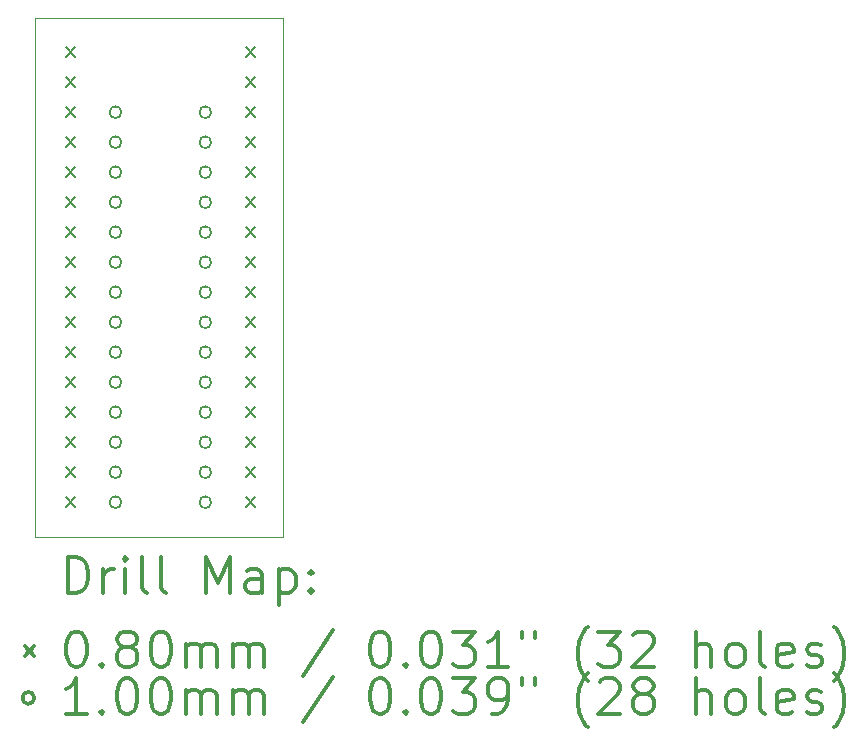
<source format=gbr>
%FSLAX45Y45*%
G04 Gerber Fmt 4.5, Leading zero omitted, Abs format (unit mm)*
G04 Created by KiCad (PCBNEW (5.1.9)-1) date 2021-11-21 23:00:22*
%MOMM*%
%LPD*%
G01*
G04 APERTURE LIST*
%TA.AperFunction,Profile*%
%ADD10C,0.050000*%
%TD*%
%ADD11C,0.200000*%
%ADD12C,0.300000*%
G04 APERTURE END LIST*
D10*
X7500000Y-10400000D02*
X7500000Y-6000000D01*
X9600000Y-10400000D02*
X7500000Y-10400000D01*
X9600000Y-6000000D02*
X9600000Y-10400000D01*
X7500000Y-6000000D02*
X9600000Y-6000000D01*
D11*
X7765000Y-6250000D02*
X7845000Y-6330000D01*
X7845000Y-6250000D02*
X7765000Y-6330000D01*
X7765000Y-6504000D02*
X7845000Y-6584000D01*
X7845000Y-6504000D02*
X7765000Y-6584000D01*
X7765000Y-6758000D02*
X7845000Y-6838000D01*
X7845000Y-6758000D02*
X7765000Y-6838000D01*
X7765000Y-7012000D02*
X7845000Y-7092000D01*
X7845000Y-7012000D02*
X7765000Y-7092000D01*
X7765000Y-7266000D02*
X7845000Y-7346000D01*
X7845000Y-7266000D02*
X7765000Y-7346000D01*
X7765000Y-7520000D02*
X7845000Y-7600000D01*
X7845000Y-7520000D02*
X7765000Y-7600000D01*
X7765000Y-7774000D02*
X7845000Y-7854000D01*
X7845000Y-7774000D02*
X7765000Y-7854000D01*
X7765000Y-8028000D02*
X7845000Y-8108000D01*
X7845000Y-8028000D02*
X7765000Y-8108000D01*
X7765000Y-8282000D02*
X7845000Y-8362000D01*
X7845000Y-8282000D02*
X7765000Y-8362000D01*
X7765000Y-8536000D02*
X7845000Y-8616000D01*
X7845000Y-8536000D02*
X7765000Y-8616000D01*
X7765000Y-8790000D02*
X7845000Y-8870000D01*
X7845000Y-8790000D02*
X7765000Y-8870000D01*
X7765000Y-9044000D02*
X7845000Y-9124000D01*
X7845000Y-9044000D02*
X7765000Y-9124000D01*
X7765000Y-9298000D02*
X7845000Y-9378000D01*
X7845000Y-9298000D02*
X7765000Y-9378000D01*
X7765000Y-9552000D02*
X7845000Y-9632000D01*
X7845000Y-9552000D02*
X7765000Y-9632000D01*
X7765000Y-9806000D02*
X7845000Y-9886000D01*
X7845000Y-9806000D02*
X7765000Y-9886000D01*
X7765000Y-10060000D02*
X7845000Y-10140000D01*
X7845000Y-10060000D02*
X7765000Y-10140000D01*
X9289000Y-6250000D02*
X9369000Y-6330000D01*
X9369000Y-6250000D02*
X9289000Y-6330000D01*
X9289000Y-6504000D02*
X9369000Y-6584000D01*
X9369000Y-6504000D02*
X9289000Y-6584000D01*
X9289000Y-6758000D02*
X9369000Y-6838000D01*
X9369000Y-6758000D02*
X9289000Y-6838000D01*
X9289000Y-7012000D02*
X9369000Y-7092000D01*
X9369000Y-7012000D02*
X9289000Y-7092000D01*
X9289000Y-7266000D02*
X9369000Y-7346000D01*
X9369000Y-7266000D02*
X9289000Y-7346000D01*
X9289000Y-7520000D02*
X9369000Y-7600000D01*
X9369000Y-7520000D02*
X9289000Y-7600000D01*
X9289000Y-7774000D02*
X9369000Y-7854000D01*
X9369000Y-7774000D02*
X9289000Y-7854000D01*
X9289000Y-8028000D02*
X9369000Y-8108000D01*
X9369000Y-8028000D02*
X9289000Y-8108000D01*
X9289000Y-8282000D02*
X9369000Y-8362000D01*
X9369000Y-8282000D02*
X9289000Y-8362000D01*
X9289000Y-8536000D02*
X9369000Y-8616000D01*
X9369000Y-8536000D02*
X9289000Y-8616000D01*
X9289000Y-8790000D02*
X9369000Y-8870000D01*
X9369000Y-8790000D02*
X9289000Y-8870000D01*
X9289000Y-9044000D02*
X9369000Y-9124000D01*
X9369000Y-9044000D02*
X9289000Y-9124000D01*
X9289000Y-9298000D02*
X9369000Y-9378000D01*
X9369000Y-9298000D02*
X9289000Y-9378000D01*
X9289000Y-9552000D02*
X9369000Y-9632000D01*
X9369000Y-9552000D02*
X9289000Y-9632000D01*
X9289000Y-9806000D02*
X9369000Y-9886000D01*
X9369000Y-9806000D02*
X9289000Y-9886000D01*
X9289000Y-10060000D02*
X9369000Y-10140000D01*
X9369000Y-10060000D02*
X9289000Y-10140000D01*
X8235000Y-6800000D02*
G75*
G03*
X8235000Y-6800000I-50000J0D01*
G01*
X8235000Y-7054000D02*
G75*
G03*
X8235000Y-7054000I-50000J0D01*
G01*
X8235000Y-7308000D02*
G75*
G03*
X8235000Y-7308000I-50000J0D01*
G01*
X8235000Y-7562000D02*
G75*
G03*
X8235000Y-7562000I-50000J0D01*
G01*
X8235000Y-7816000D02*
G75*
G03*
X8235000Y-7816000I-50000J0D01*
G01*
X8235000Y-8070000D02*
G75*
G03*
X8235000Y-8070000I-50000J0D01*
G01*
X8235000Y-8324000D02*
G75*
G03*
X8235000Y-8324000I-50000J0D01*
G01*
X8235000Y-8578000D02*
G75*
G03*
X8235000Y-8578000I-50000J0D01*
G01*
X8235000Y-8832000D02*
G75*
G03*
X8235000Y-8832000I-50000J0D01*
G01*
X8235000Y-9086000D02*
G75*
G03*
X8235000Y-9086000I-50000J0D01*
G01*
X8235000Y-9340000D02*
G75*
G03*
X8235000Y-9340000I-50000J0D01*
G01*
X8235000Y-9594000D02*
G75*
G03*
X8235000Y-9594000I-50000J0D01*
G01*
X8235000Y-9848000D02*
G75*
G03*
X8235000Y-9848000I-50000J0D01*
G01*
X8235000Y-10102000D02*
G75*
G03*
X8235000Y-10102000I-50000J0D01*
G01*
X8996000Y-6800000D02*
G75*
G03*
X8996000Y-6800000I-50000J0D01*
G01*
X8996000Y-7054000D02*
G75*
G03*
X8996000Y-7054000I-50000J0D01*
G01*
X8996000Y-7308000D02*
G75*
G03*
X8996000Y-7308000I-50000J0D01*
G01*
X8996000Y-7562000D02*
G75*
G03*
X8996000Y-7562000I-50000J0D01*
G01*
X8996000Y-7816000D02*
G75*
G03*
X8996000Y-7816000I-50000J0D01*
G01*
X8996000Y-8070000D02*
G75*
G03*
X8996000Y-8070000I-50000J0D01*
G01*
X8996000Y-8324000D02*
G75*
G03*
X8996000Y-8324000I-50000J0D01*
G01*
X8996000Y-8578000D02*
G75*
G03*
X8996000Y-8578000I-50000J0D01*
G01*
X8996000Y-8832000D02*
G75*
G03*
X8996000Y-8832000I-50000J0D01*
G01*
X8996000Y-9086000D02*
G75*
G03*
X8996000Y-9086000I-50000J0D01*
G01*
X8996000Y-9340000D02*
G75*
G03*
X8996000Y-9340000I-50000J0D01*
G01*
X8996000Y-9594000D02*
G75*
G03*
X8996000Y-9594000I-50000J0D01*
G01*
X8996000Y-9848000D02*
G75*
G03*
X8996000Y-9848000I-50000J0D01*
G01*
X8996000Y-10102000D02*
G75*
G03*
X8996000Y-10102000I-50000J0D01*
G01*
D12*
X7783928Y-10868214D02*
X7783928Y-10568214D01*
X7855357Y-10568214D01*
X7898214Y-10582500D01*
X7926786Y-10611072D01*
X7941071Y-10639643D01*
X7955357Y-10696786D01*
X7955357Y-10739643D01*
X7941071Y-10796786D01*
X7926786Y-10825357D01*
X7898214Y-10853929D01*
X7855357Y-10868214D01*
X7783928Y-10868214D01*
X8083928Y-10868214D02*
X8083928Y-10668214D01*
X8083928Y-10725357D02*
X8098214Y-10696786D01*
X8112500Y-10682500D01*
X8141071Y-10668214D01*
X8169643Y-10668214D01*
X8269643Y-10868214D02*
X8269643Y-10668214D01*
X8269643Y-10568214D02*
X8255357Y-10582500D01*
X8269643Y-10596786D01*
X8283928Y-10582500D01*
X8269643Y-10568214D01*
X8269643Y-10596786D01*
X8455357Y-10868214D02*
X8426786Y-10853929D01*
X8412500Y-10825357D01*
X8412500Y-10568214D01*
X8612500Y-10868214D02*
X8583928Y-10853929D01*
X8569643Y-10825357D01*
X8569643Y-10568214D01*
X8955357Y-10868214D02*
X8955357Y-10568214D01*
X9055357Y-10782500D01*
X9155357Y-10568214D01*
X9155357Y-10868214D01*
X9426786Y-10868214D02*
X9426786Y-10711072D01*
X9412500Y-10682500D01*
X9383928Y-10668214D01*
X9326786Y-10668214D01*
X9298214Y-10682500D01*
X9426786Y-10853929D02*
X9398214Y-10868214D01*
X9326786Y-10868214D01*
X9298214Y-10853929D01*
X9283928Y-10825357D01*
X9283928Y-10796786D01*
X9298214Y-10768214D01*
X9326786Y-10753929D01*
X9398214Y-10753929D01*
X9426786Y-10739643D01*
X9569643Y-10668214D02*
X9569643Y-10968214D01*
X9569643Y-10682500D02*
X9598214Y-10668214D01*
X9655357Y-10668214D01*
X9683928Y-10682500D01*
X9698214Y-10696786D01*
X9712500Y-10725357D01*
X9712500Y-10811072D01*
X9698214Y-10839643D01*
X9683928Y-10853929D01*
X9655357Y-10868214D01*
X9598214Y-10868214D01*
X9569643Y-10853929D01*
X9841071Y-10839643D02*
X9855357Y-10853929D01*
X9841071Y-10868214D01*
X9826786Y-10853929D01*
X9841071Y-10839643D01*
X9841071Y-10868214D01*
X9841071Y-10682500D02*
X9855357Y-10696786D01*
X9841071Y-10711072D01*
X9826786Y-10696786D01*
X9841071Y-10682500D01*
X9841071Y-10711072D01*
X7417500Y-11322500D02*
X7497500Y-11402500D01*
X7497500Y-11322500D02*
X7417500Y-11402500D01*
X7841071Y-11198214D02*
X7869643Y-11198214D01*
X7898214Y-11212500D01*
X7912500Y-11226786D01*
X7926786Y-11255357D01*
X7941071Y-11312500D01*
X7941071Y-11383929D01*
X7926786Y-11441071D01*
X7912500Y-11469643D01*
X7898214Y-11483929D01*
X7869643Y-11498214D01*
X7841071Y-11498214D01*
X7812500Y-11483929D01*
X7798214Y-11469643D01*
X7783928Y-11441071D01*
X7769643Y-11383929D01*
X7769643Y-11312500D01*
X7783928Y-11255357D01*
X7798214Y-11226786D01*
X7812500Y-11212500D01*
X7841071Y-11198214D01*
X8069643Y-11469643D02*
X8083928Y-11483929D01*
X8069643Y-11498214D01*
X8055357Y-11483929D01*
X8069643Y-11469643D01*
X8069643Y-11498214D01*
X8255357Y-11326786D02*
X8226786Y-11312500D01*
X8212500Y-11298214D01*
X8198214Y-11269643D01*
X8198214Y-11255357D01*
X8212500Y-11226786D01*
X8226786Y-11212500D01*
X8255357Y-11198214D01*
X8312500Y-11198214D01*
X8341071Y-11212500D01*
X8355357Y-11226786D01*
X8369643Y-11255357D01*
X8369643Y-11269643D01*
X8355357Y-11298214D01*
X8341071Y-11312500D01*
X8312500Y-11326786D01*
X8255357Y-11326786D01*
X8226786Y-11341071D01*
X8212500Y-11355357D01*
X8198214Y-11383929D01*
X8198214Y-11441071D01*
X8212500Y-11469643D01*
X8226786Y-11483929D01*
X8255357Y-11498214D01*
X8312500Y-11498214D01*
X8341071Y-11483929D01*
X8355357Y-11469643D01*
X8369643Y-11441071D01*
X8369643Y-11383929D01*
X8355357Y-11355357D01*
X8341071Y-11341071D01*
X8312500Y-11326786D01*
X8555357Y-11198214D02*
X8583928Y-11198214D01*
X8612500Y-11212500D01*
X8626786Y-11226786D01*
X8641071Y-11255357D01*
X8655357Y-11312500D01*
X8655357Y-11383929D01*
X8641071Y-11441071D01*
X8626786Y-11469643D01*
X8612500Y-11483929D01*
X8583928Y-11498214D01*
X8555357Y-11498214D01*
X8526786Y-11483929D01*
X8512500Y-11469643D01*
X8498214Y-11441071D01*
X8483928Y-11383929D01*
X8483928Y-11312500D01*
X8498214Y-11255357D01*
X8512500Y-11226786D01*
X8526786Y-11212500D01*
X8555357Y-11198214D01*
X8783928Y-11498214D02*
X8783928Y-11298214D01*
X8783928Y-11326786D02*
X8798214Y-11312500D01*
X8826786Y-11298214D01*
X8869643Y-11298214D01*
X8898214Y-11312500D01*
X8912500Y-11341071D01*
X8912500Y-11498214D01*
X8912500Y-11341071D02*
X8926786Y-11312500D01*
X8955357Y-11298214D01*
X8998214Y-11298214D01*
X9026786Y-11312500D01*
X9041071Y-11341071D01*
X9041071Y-11498214D01*
X9183928Y-11498214D02*
X9183928Y-11298214D01*
X9183928Y-11326786D02*
X9198214Y-11312500D01*
X9226786Y-11298214D01*
X9269643Y-11298214D01*
X9298214Y-11312500D01*
X9312500Y-11341071D01*
X9312500Y-11498214D01*
X9312500Y-11341071D02*
X9326786Y-11312500D01*
X9355357Y-11298214D01*
X9398214Y-11298214D01*
X9426786Y-11312500D01*
X9441071Y-11341071D01*
X9441071Y-11498214D01*
X10026786Y-11183929D02*
X9769643Y-11569643D01*
X10412500Y-11198214D02*
X10441071Y-11198214D01*
X10469643Y-11212500D01*
X10483928Y-11226786D01*
X10498214Y-11255357D01*
X10512500Y-11312500D01*
X10512500Y-11383929D01*
X10498214Y-11441071D01*
X10483928Y-11469643D01*
X10469643Y-11483929D01*
X10441071Y-11498214D01*
X10412500Y-11498214D01*
X10383928Y-11483929D01*
X10369643Y-11469643D01*
X10355357Y-11441071D01*
X10341071Y-11383929D01*
X10341071Y-11312500D01*
X10355357Y-11255357D01*
X10369643Y-11226786D01*
X10383928Y-11212500D01*
X10412500Y-11198214D01*
X10641071Y-11469643D02*
X10655357Y-11483929D01*
X10641071Y-11498214D01*
X10626786Y-11483929D01*
X10641071Y-11469643D01*
X10641071Y-11498214D01*
X10841071Y-11198214D02*
X10869643Y-11198214D01*
X10898214Y-11212500D01*
X10912500Y-11226786D01*
X10926786Y-11255357D01*
X10941071Y-11312500D01*
X10941071Y-11383929D01*
X10926786Y-11441071D01*
X10912500Y-11469643D01*
X10898214Y-11483929D01*
X10869643Y-11498214D01*
X10841071Y-11498214D01*
X10812500Y-11483929D01*
X10798214Y-11469643D01*
X10783928Y-11441071D01*
X10769643Y-11383929D01*
X10769643Y-11312500D01*
X10783928Y-11255357D01*
X10798214Y-11226786D01*
X10812500Y-11212500D01*
X10841071Y-11198214D01*
X11041071Y-11198214D02*
X11226786Y-11198214D01*
X11126786Y-11312500D01*
X11169643Y-11312500D01*
X11198214Y-11326786D01*
X11212500Y-11341071D01*
X11226786Y-11369643D01*
X11226786Y-11441071D01*
X11212500Y-11469643D01*
X11198214Y-11483929D01*
X11169643Y-11498214D01*
X11083928Y-11498214D01*
X11055357Y-11483929D01*
X11041071Y-11469643D01*
X11512500Y-11498214D02*
X11341071Y-11498214D01*
X11426786Y-11498214D02*
X11426786Y-11198214D01*
X11398214Y-11241071D01*
X11369643Y-11269643D01*
X11341071Y-11283929D01*
X11626786Y-11198214D02*
X11626786Y-11255357D01*
X11741071Y-11198214D02*
X11741071Y-11255357D01*
X12183928Y-11612500D02*
X12169643Y-11598214D01*
X12141071Y-11555357D01*
X12126786Y-11526786D01*
X12112500Y-11483929D01*
X12098214Y-11412500D01*
X12098214Y-11355357D01*
X12112500Y-11283929D01*
X12126786Y-11241071D01*
X12141071Y-11212500D01*
X12169643Y-11169643D01*
X12183928Y-11155357D01*
X12269643Y-11198214D02*
X12455357Y-11198214D01*
X12355357Y-11312500D01*
X12398214Y-11312500D01*
X12426786Y-11326786D01*
X12441071Y-11341071D01*
X12455357Y-11369643D01*
X12455357Y-11441071D01*
X12441071Y-11469643D01*
X12426786Y-11483929D01*
X12398214Y-11498214D01*
X12312500Y-11498214D01*
X12283928Y-11483929D01*
X12269643Y-11469643D01*
X12569643Y-11226786D02*
X12583928Y-11212500D01*
X12612500Y-11198214D01*
X12683928Y-11198214D01*
X12712500Y-11212500D01*
X12726786Y-11226786D01*
X12741071Y-11255357D01*
X12741071Y-11283929D01*
X12726786Y-11326786D01*
X12555357Y-11498214D01*
X12741071Y-11498214D01*
X13098214Y-11498214D02*
X13098214Y-11198214D01*
X13226786Y-11498214D02*
X13226786Y-11341071D01*
X13212500Y-11312500D01*
X13183928Y-11298214D01*
X13141071Y-11298214D01*
X13112500Y-11312500D01*
X13098214Y-11326786D01*
X13412500Y-11498214D02*
X13383928Y-11483929D01*
X13369643Y-11469643D01*
X13355357Y-11441071D01*
X13355357Y-11355357D01*
X13369643Y-11326786D01*
X13383928Y-11312500D01*
X13412500Y-11298214D01*
X13455357Y-11298214D01*
X13483928Y-11312500D01*
X13498214Y-11326786D01*
X13512500Y-11355357D01*
X13512500Y-11441071D01*
X13498214Y-11469643D01*
X13483928Y-11483929D01*
X13455357Y-11498214D01*
X13412500Y-11498214D01*
X13683928Y-11498214D02*
X13655357Y-11483929D01*
X13641071Y-11455357D01*
X13641071Y-11198214D01*
X13912500Y-11483929D02*
X13883928Y-11498214D01*
X13826786Y-11498214D01*
X13798214Y-11483929D01*
X13783928Y-11455357D01*
X13783928Y-11341071D01*
X13798214Y-11312500D01*
X13826786Y-11298214D01*
X13883928Y-11298214D01*
X13912500Y-11312500D01*
X13926786Y-11341071D01*
X13926786Y-11369643D01*
X13783928Y-11398214D01*
X14041071Y-11483929D02*
X14069643Y-11498214D01*
X14126786Y-11498214D01*
X14155357Y-11483929D01*
X14169643Y-11455357D01*
X14169643Y-11441071D01*
X14155357Y-11412500D01*
X14126786Y-11398214D01*
X14083928Y-11398214D01*
X14055357Y-11383929D01*
X14041071Y-11355357D01*
X14041071Y-11341071D01*
X14055357Y-11312500D01*
X14083928Y-11298214D01*
X14126786Y-11298214D01*
X14155357Y-11312500D01*
X14269643Y-11612500D02*
X14283928Y-11598214D01*
X14312500Y-11555357D01*
X14326786Y-11526786D01*
X14341071Y-11483929D01*
X14355357Y-11412500D01*
X14355357Y-11355357D01*
X14341071Y-11283929D01*
X14326786Y-11241071D01*
X14312500Y-11212500D01*
X14283928Y-11169643D01*
X14269643Y-11155357D01*
X7497500Y-11758500D02*
G75*
G03*
X7497500Y-11758500I-50000J0D01*
G01*
X7941071Y-11894214D02*
X7769643Y-11894214D01*
X7855357Y-11894214D02*
X7855357Y-11594214D01*
X7826786Y-11637071D01*
X7798214Y-11665643D01*
X7769643Y-11679929D01*
X8069643Y-11865643D02*
X8083928Y-11879929D01*
X8069643Y-11894214D01*
X8055357Y-11879929D01*
X8069643Y-11865643D01*
X8069643Y-11894214D01*
X8269643Y-11594214D02*
X8298214Y-11594214D01*
X8326786Y-11608500D01*
X8341071Y-11622786D01*
X8355357Y-11651357D01*
X8369643Y-11708500D01*
X8369643Y-11779929D01*
X8355357Y-11837071D01*
X8341071Y-11865643D01*
X8326786Y-11879929D01*
X8298214Y-11894214D01*
X8269643Y-11894214D01*
X8241071Y-11879929D01*
X8226786Y-11865643D01*
X8212500Y-11837071D01*
X8198214Y-11779929D01*
X8198214Y-11708500D01*
X8212500Y-11651357D01*
X8226786Y-11622786D01*
X8241071Y-11608500D01*
X8269643Y-11594214D01*
X8555357Y-11594214D02*
X8583928Y-11594214D01*
X8612500Y-11608500D01*
X8626786Y-11622786D01*
X8641071Y-11651357D01*
X8655357Y-11708500D01*
X8655357Y-11779929D01*
X8641071Y-11837071D01*
X8626786Y-11865643D01*
X8612500Y-11879929D01*
X8583928Y-11894214D01*
X8555357Y-11894214D01*
X8526786Y-11879929D01*
X8512500Y-11865643D01*
X8498214Y-11837071D01*
X8483928Y-11779929D01*
X8483928Y-11708500D01*
X8498214Y-11651357D01*
X8512500Y-11622786D01*
X8526786Y-11608500D01*
X8555357Y-11594214D01*
X8783928Y-11894214D02*
X8783928Y-11694214D01*
X8783928Y-11722786D02*
X8798214Y-11708500D01*
X8826786Y-11694214D01*
X8869643Y-11694214D01*
X8898214Y-11708500D01*
X8912500Y-11737071D01*
X8912500Y-11894214D01*
X8912500Y-11737071D02*
X8926786Y-11708500D01*
X8955357Y-11694214D01*
X8998214Y-11694214D01*
X9026786Y-11708500D01*
X9041071Y-11737071D01*
X9041071Y-11894214D01*
X9183928Y-11894214D02*
X9183928Y-11694214D01*
X9183928Y-11722786D02*
X9198214Y-11708500D01*
X9226786Y-11694214D01*
X9269643Y-11694214D01*
X9298214Y-11708500D01*
X9312500Y-11737071D01*
X9312500Y-11894214D01*
X9312500Y-11737071D02*
X9326786Y-11708500D01*
X9355357Y-11694214D01*
X9398214Y-11694214D01*
X9426786Y-11708500D01*
X9441071Y-11737071D01*
X9441071Y-11894214D01*
X10026786Y-11579929D02*
X9769643Y-11965643D01*
X10412500Y-11594214D02*
X10441071Y-11594214D01*
X10469643Y-11608500D01*
X10483928Y-11622786D01*
X10498214Y-11651357D01*
X10512500Y-11708500D01*
X10512500Y-11779929D01*
X10498214Y-11837071D01*
X10483928Y-11865643D01*
X10469643Y-11879929D01*
X10441071Y-11894214D01*
X10412500Y-11894214D01*
X10383928Y-11879929D01*
X10369643Y-11865643D01*
X10355357Y-11837071D01*
X10341071Y-11779929D01*
X10341071Y-11708500D01*
X10355357Y-11651357D01*
X10369643Y-11622786D01*
X10383928Y-11608500D01*
X10412500Y-11594214D01*
X10641071Y-11865643D02*
X10655357Y-11879929D01*
X10641071Y-11894214D01*
X10626786Y-11879929D01*
X10641071Y-11865643D01*
X10641071Y-11894214D01*
X10841071Y-11594214D02*
X10869643Y-11594214D01*
X10898214Y-11608500D01*
X10912500Y-11622786D01*
X10926786Y-11651357D01*
X10941071Y-11708500D01*
X10941071Y-11779929D01*
X10926786Y-11837071D01*
X10912500Y-11865643D01*
X10898214Y-11879929D01*
X10869643Y-11894214D01*
X10841071Y-11894214D01*
X10812500Y-11879929D01*
X10798214Y-11865643D01*
X10783928Y-11837071D01*
X10769643Y-11779929D01*
X10769643Y-11708500D01*
X10783928Y-11651357D01*
X10798214Y-11622786D01*
X10812500Y-11608500D01*
X10841071Y-11594214D01*
X11041071Y-11594214D02*
X11226786Y-11594214D01*
X11126786Y-11708500D01*
X11169643Y-11708500D01*
X11198214Y-11722786D01*
X11212500Y-11737071D01*
X11226786Y-11765643D01*
X11226786Y-11837071D01*
X11212500Y-11865643D01*
X11198214Y-11879929D01*
X11169643Y-11894214D01*
X11083928Y-11894214D01*
X11055357Y-11879929D01*
X11041071Y-11865643D01*
X11369643Y-11894214D02*
X11426786Y-11894214D01*
X11455357Y-11879929D01*
X11469643Y-11865643D01*
X11498214Y-11822786D01*
X11512500Y-11765643D01*
X11512500Y-11651357D01*
X11498214Y-11622786D01*
X11483928Y-11608500D01*
X11455357Y-11594214D01*
X11398214Y-11594214D01*
X11369643Y-11608500D01*
X11355357Y-11622786D01*
X11341071Y-11651357D01*
X11341071Y-11722786D01*
X11355357Y-11751357D01*
X11369643Y-11765643D01*
X11398214Y-11779929D01*
X11455357Y-11779929D01*
X11483928Y-11765643D01*
X11498214Y-11751357D01*
X11512500Y-11722786D01*
X11626786Y-11594214D02*
X11626786Y-11651357D01*
X11741071Y-11594214D02*
X11741071Y-11651357D01*
X12183928Y-12008500D02*
X12169643Y-11994214D01*
X12141071Y-11951357D01*
X12126786Y-11922786D01*
X12112500Y-11879929D01*
X12098214Y-11808500D01*
X12098214Y-11751357D01*
X12112500Y-11679929D01*
X12126786Y-11637071D01*
X12141071Y-11608500D01*
X12169643Y-11565643D01*
X12183928Y-11551357D01*
X12283928Y-11622786D02*
X12298214Y-11608500D01*
X12326786Y-11594214D01*
X12398214Y-11594214D01*
X12426786Y-11608500D01*
X12441071Y-11622786D01*
X12455357Y-11651357D01*
X12455357Y-11679929D01*
X12441071Y-11722786D01*
X12269643Y-11894214D01*
X12455357Y-11894214D01*
X12626786Y-11722786D02*
X12598214Y-11708500D01*
X12583928Y-11694214D01*
X12569643Y-11665643D01*
X12569643Y-11651357D01*
X12583928Y-11622786D01*
X12598214Y-11608500D01*
X12626786Y-11594214D01*
X12683928Y-11594214D01*
X12712500Y-11608500D01*
X12726786Y-11622786D01*
X12741071Y-11651357D01*
X12741071Y-11665643D01*
X12726786Y-11694214D01*
X12712500Y-11708500D01*
X12683928Y-11722786D01*
X12626786Y-11722786D01*
X12598214Y-11737071D01*
X12583928Y-11751357D01*
X12569643Y-11779929D01*
X12569643Y-11837071D01*
X12583928Y-11865643D01*
X12598214Y-11879929D01*
X12626786Y-11894214D01*
X12683928Y-11894214D01*
X12712500Y-11879929D01*
X12726786Y-11865643D01*
X12741071Y-11837071D01*
X12741071Y-11779929D01*
X12726786Y-11751357D01*
X12712500Y-11737071D01*
X12683928Y-11722786D01*
X13098214Y-11894214D02*
X13098214Y-11594214D01*
X13226786Y-11894214D02*
X13226786Y-11737071D01*
X13212500Y-11708500D01*
X13183928Y-11694214D01*
X13141071Y-11694214D01*
X13112500Y-11708500D01*
X13098214Y-11722786D01*
X13412500Y-11894214D02*
X13383928Y-11879929D01*
X13369643Y-11865643D01*
X13355357Y-11837071D01*
X13355357Y-11751357D01*
X13369643Y-11722786D01*
X13383928Y-11708500D01*
X13412500Y-11694214D01*
X13455357Y-11694214D01*
X13483928Y-11708500D01*
X13498214Y-11722786D01*
X13512500Y-11751357D01*
X13512500Y-11837071D01*
X13498214Y-11865643D01*
X13483928Y-11879929D01*
X13455357Y-11894214D01*
X13412500Y-11894214D01*
X13683928Y-11894214D02*
X13655357Y-11879929D01*
X13641071Y-11851357D01*
X13641071Y-11594214D01*
X13912500Y-11879929D02*
X13883928Y-11894214D01*
X13826786Y-11894214D01*
X13798214Y-11879929D01*
X13783928Y-11851357D01*
X13783928Y-11737071D01*
X13798214Y-11708500D01*
X13826786Y-11694214D01*
X13883928Y-11694214D01*
X13912500Y-11708500D01*
X13926786Y-11737071D01*
X13926786Y-11765643D01*
X13783928Y-11794214D01*
X14041071Y-11879929D02*
X14069643Y-11894214D01*
X14126786Y-11894214D01*
X14155357Y-11879929D01*
X14169643Y-11851357D01*
X14169643Y-11837071D01*
X14155357Y-11808500D01*
X14126786Y-11794214D01*
X14083928Y-11794214D01*
X14055357Y-11779929D01*
X14041071Y-11751357D01*
X14041071Y-11737071D01*
X14055357Y-11708500D01*
X14083928Y-11694214D01*
X14126786Y-11694214D01*
X14155357Y-11708500D01*
X14269643Y-12008500D02*
X14283928Y-11994214D01*
X14312500Y-11951357D01*
X14326786Y-11922786D01*
X14341071Y-11879929D01*
X14355357Y-11808500D01*
X14355357Y-11751357D01*
X14341071Y-11679929D01*
X14326786Y-11637071D01*
X14312500Y-11608500D01*
X14283928Y-11565643D01*
X14269643Y-11551357D01*
M02*

</source>
